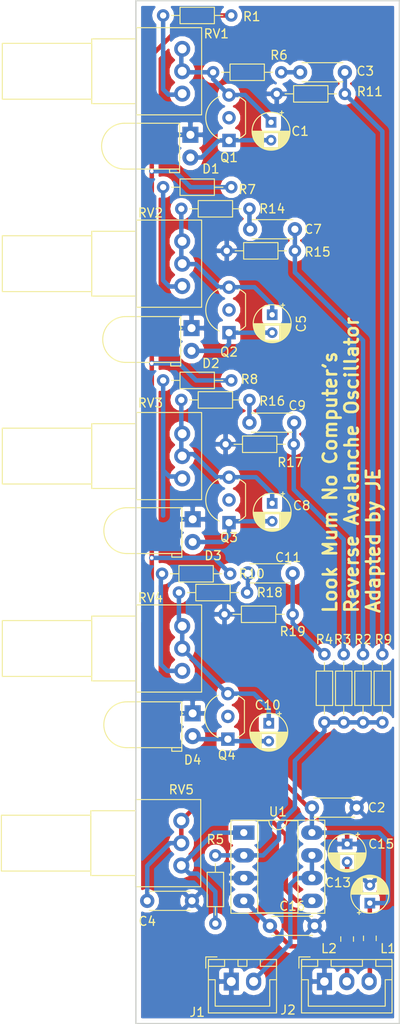
<source format=kicad_pcb>
(kicad_pcb (version 20171130) (host pcbnew "(5.0.0)")
  (layers (0 F.Cu signal) (31 B.Cu signal) (34 B.Paste user) (35 F.Paste user) (36 B.SilkS user) (37 F.SilkS user) (38 B.Mask user) (39 F.Mask user) (44 Edge.Cuts user))
  (net 0 "")
  (net 1 GND)
  (net 2 "Net-(Q1-Pad2)")
  (net 3 +12V)
  (net 4 "Net-(R1-Pad2)")
  (net 5 "Net-(C1-Pad1)")
  (net 6 "Net-(C1-Pad2)")
  (net 7 /OscA)
  (net 8 "Net-(C4-Pad1)")
  (net 9 "Net-(C5-Pad1)")
  (net 10 "Net-(C5-Pad2)")
  (net 11 /OscB)
  (net 12 "Net-(C8-Pad1)")
  (net 13 "Net-(C8-Pad2)")
  (net 14 /OscC)
  (net 15 "Net-(Q2-Pad2)")
  (net 16 "Net-(Q3-Pad2)")
  (net 17 "Net-(R2-Pad1)")
  (net 18 "Net-(R5-Pad1)")
  (net 19 "Net-(R7-Pad2)")
  (net 20 "Net-(R8-Pad2)")
  (net 21 -12VA)
  (net 22 "Net-(C10-Pad1)")
  (net 23 "Net-(C10-Pad2)")
  (net 24 /OscD)
  (net 25 "Net-(Q4-Pad2)")
  (net 26 "Net-(R10-Pad2)")
  (net 27 "Net-(J2-Pad3)")
  (net 28 "Net-(J2-Pad2)")
  (net 29 "Net-(C3-Pad2)")
  (net 30 "Net-(J1-Pad2)")
  (net 31 "Net-(C7-Pad2)")
  (net 32 "Net-(C11-Pad2)")
  (net 33 "Net-(C9-Pad2)")
  (module Capacitor_THT:C_Disc_D4.3mm_W1.9mm_P5.00mm (layer F.Cu) (at 132.588 139.446)
    (fp_text reference C4 (at 0 2.286) (layer F.SilkS))
    (fp_text value 100n)
    (pad 2 thru_hole circle (at 5 0) (size 1.6 1.6) (drill 0.8) (layers *.Cu *.Mask) (net 1 GND))
    (pad 1 thru_hole circle (at 0 0) (size 1.6 1.6) (drill 0.8) (layers *.Cu *.Mask) (net 8 "Net-(C4-Pad1)"))
  )
  (module LED_THT:LED_D5.0mm_Horizontal_O1.27mm_Z3.0mm (layer F.Cu) (at 137.414 53.848 270)
    (fp_text reference D1 (at 3.81 -2.286) (layer F.SilkS))
    (fp_text value Red)
    (pad 1 thru_hole rect (at 0 0 270) (size 1.8 1.8) (drill 0.9) (layers *.Cu *.Mask) (net 1 GND))
    (pad 2 thru_hole circle (at 2.54 0 270) (size 1.8 1.8) (drill 0.9) (layers *.Cu *.Mask) (net 6 "Net-(C1-Pad2)"))
  )
  (module LED_THT:LED_D5.0mm_Horizontal_O1.27mm_Z3.0mm (layer F.Cu) (at 137.541 75.452 270)
    (fp_text reference D2 (at 3.937 -2.159) (layer F.SilkS))
    (fp_text value Red)
    (pad 1 thru_hole rect (at 0 0 270) (size 1.8 1.8) (drill 0.9) (layers *.Cu *.Mask) (net 1 GND))
    (pad 2 thru_hole circle (at 2.54 0 270) (size 1.8 1.8) (drill 0.9) (layers *.Cu *.Mask) (net 10 "Net-(C5-Pad2)"))
  )
  (module LED_THT:LED_D5.0mm_Horizontal_O1.27mm_Z3.0mm (layer F.Cu) (at 137.668 96.81 270)
    (fp_text reference D3 (at 4.064 -2.286) (layer F.SilkS))
    (fp_text value Red)
    (pad 2 thru_hole circle (at 2.54 0 270) (size 1.8 1.8) (drill 0.9) (layers *.Cu *.Mask) (net 13 "Net-(C8-Pad2)"))
    (pad 1 thru_hole rect (at 0 0 270) (size 1.8 1.8) (drill 0.9) (layers *.Cu *.Mask) (net 1 GND))
  )
  (module LED_THT:LED_D5.0mm_Horizontal_O1.27mm_Z3.0mm (layer F.Cu) (at 137.664 118.5 270)
    (fp_text reference D4 (at 5.207 0) (layer F.SilkS))
    (fp_text value Red)
    (pad 1 thru_hole rect (at 0 0 270) (size 1.8 1.8) (drill 0.9) (layers *.Cu *.Mask) (net 1 GND))
    (pad 2 thru_hole circle (at 2.54 0 270) (size 1.8 1.8) (drill 0.9) (layers *.Cu *.Mask) (net 23 "Net-(C10-Pad2)"))
  )
  (module Potentiometer_THT:Potentiometer_Alps_RK097_Single_Horizontal (layer F.Cu) (at 136.398 130.5 180)
    (fp_text reference RV5 (at 0 3.469 180) (layer F.SilkS))
    (fp_text value 100K)
    (pad 3 thru_hole circle (at 0 -5 180) (size 1.8 1.8) (drill 1) (layers *.Cu *.Mask) (net 18 "Net-(R5-Pad1)"))
    (pad 2 thru_hole circle (at 0 -2.5 180) (size 1.8 1.8) (drill 1) (layers *.Cu *.Mask) (net 8 "Net-(C4-Pad1)"))
    (pad 1 thru_hole circle (at 0 0 180) (size 1.8 1.8) (drill 1) (layers *.Cu *.Mask) (net 8 "Net-(C4-Pad1)"))
  )
  (module Potentiometer_THT:Potentiometer_Alps_RK097_Single_Horizontal (layer F.Cu) (at 136.5 108.75 180)
    (fp_text reference RV4 (at 3.556 3.175 180) (layer F.SilkS))
    (fp_text value 100K)
    (pad 1 thru_hole circle (at 0 0 180) (size 1.8 1.8) (drill 1) (layers *.Cu *.Mask) (net 22 "Net-(C10-Pad1)"))
    (pad 2 thru_hole circle (at 0 -2.5 180) (size 1.8 1.8) (drill 1) (layers *.Cu *.Mask) (net 22 "Net-(C10-Pad1)"))
    (pad 3 thru_hole circle (at 0 -5 180) (size 1.8 1.8) (drill 1) (layers *.Cu *.Mask) (net 26 "Net-(R10-Pad2)"))
  )
  (module Potentiometer_THT:Potentiometer_Alps_RK097_Single_Horizontal (layer F.Cu) (at 136.5 87.25 180)
    (fp_text reference RV3 (at 3.556 3.429 180) (layer F.SilkS))
    (fp_text value 100K)
    (pad 3 thru_hole circle (at 0 -5 180) (size 1.8 1.8) (drill 1) (layers *.Cu *.Mask) (net 20 "Net-(R8-Pad2)"))
    (pad 2 thru_hole circle (at 0 -2.5 180) (size 1.8 1.8) (drill 1) (layers *.Cu *.Mask) (net 12 "Net-(C8-Pad1)"))
    (pad 1 thru_hole circle (at 0 0 180) (size 1.8 1.8) (drill 1) (layers *.Cu *.Mask) (net 12 "Net-(C8-Pad1)"))
  )
  (module Potentiometer_THT:Potentiometer_Alps_RK097_Single_Horizontal (layer F.Cu) (at 136.5 65.75 180)
    (fp_text reference RV2 (at 3.556 3.175 180) (layer F.SilkS))
    (fp_text value 100K)
    (pad 1 thru_hole circle (at 0 0 180) (size 1.8 1.8) (drill 1) (layers *.Cu *.Mask) (net 9 "Net-(C5-Pad1)"))
    (pad 2 thru_hole circle (at 0 -2.5 180) (size 1.8 1.8) (drill 1) (layers *.Cu *.Mask) (net 9 "Net-(C5-Pad1)"))
    (pad 3 thru_hole circle (at 0 -5 180) (size 1.8 1.8) (drill 1) (layers *.Cu *.Mask) (net 19 "Net-(R7-Pad2)"))
  )
  (module Potentiometer_THT:Potentiometer_Alps_RK097_Single_Horizontal (layer F.Cu) (at 136.5 44.25 180)
    (fp_text reference RV1 (at -3.81 1.691 180) (layer F.SilkS))
    (fp_text value 100K)
    (pad 3 thru_hole circle (at 0 -5 180) (size 1.8 1.8) (drill 1) (layers *.Cu *.Mask) (net 4 "Net-(R1-Pad2)"))
    (pad 2 thru_hole circle (at 0 -2.5 180) (size 1.8 1.8) (drill 1) (layers *.Cu *.Mask) (net 5 "Net-(C1-Pad1)"))
    (pad 1 thru_hole circle (at 0 0 180) (size 1.8 1.8) (drill 1) (layers *.Cu *.Mask) (net 5 "Net-(C1-Pad1)"))
  )
  (module Package_TO_SOT_THT:TO-92_Inline_Wide (layer F.Cu) (at 141.605 121.38 90)
    (fp_text reference Q4 (at -1.778 -0.127 180) (layer F.SilkS))
    (fp_text value BC337)
    (pad 1 thru_hole rect (at 0 0 180) (size 1.5 1.5) (drill 0.8) (layers *.Cu *.Mask) (net 23 "Net-(C10-Pad2)"))
    (pad 3 thru_hole circle (at 5.08 0 180) (size 1.5 1.5) (drill 0.8) (layers *.Cu *.Mask) (net 22 "Net-(C10-Pad1)"))
    (pad 2 thru_hole circle (at 2.54 0 180) (size 1.5 1.5) (drill 0.8) (layers *.Cu *.Mask) (net 25 "Net-(Q4-Pad2)"))
  )
  (module Package_TO_SOT_THT:TO-92_Inline_Wide (layer F.Cu) (at 141.732 97.191 90)
    (fp_text reference Q3 (at -1.651 0 180) (layer F.SilkS))
    (fp_text value BC337)
    (pad 2 thru_hole circle (at 2.54 0 180) (size 1.5 1.5) (drill 0.8) (layers *.Cu *.Mask) (net 16 "Net-(Q3-Pad2)"))
    (pad 3 thru_hole circle (at 5.08 0 180) (size 1.5 1.5) (drill 0.8) (layers *.Cu *.Mask) (net 12 "Net-(C8-Pad1)"))
    (pad 1 thru_hole rect (at 0 0 180) (size 1.5 1.5) (drill 0.8) (layers *.Cu *.Mask) (net 13 "Net-(C8-Pad2)"))
  )
  (module Package_TO_SOT_THT:TO-92_Inline_Wide (layer F.Cu) (at 141.732 75.96 90)
    (fp_text reference Q2 (at -2.159 0 180) (layer F.SilkS))
    (fp_text value BC337)
    (pad 1 thru_hole rect (at 0 0 180) (size 1.5 1.5) (drill 0.8) (layers *.Cu *.Mask) (net 10 "Net-(C5-Pad2)"))
    (pad 3 thru_hole circle (at 5.08 0 180) (size 1.5 1.5) (drill 0.8) (layers *.Cu *.Mask) (net 9 "Net-(C5-Pad1)"))
    (pad 2 thru_hole circle (at 2.54 0 180) (size 1.5 1.5) (drill 0.8) (layers *.Cu *.Mask) (net 15 "Net-(Q2-Pad2)"))
  )
  (module Package_TO_SOT_THT:TO-92_Inline_Wide (layer F.Cu) (at 141.732 54.483 90)
    (fp_text reference Q1 (at -1.905 0 180) (layer F.SilkS))
    (fp_text value BC337)
    (pad 2 thru_hole circle (at 2.54 0 180) (size 1.5 1.5) (drill 0.8) (layers *.Cu *.Mask) (net 2 "Net-(Q1-Pad2)"))
    (pad 3 thru_hole circle (at 5.08 0 180) (size 1.5 1.5) (drill 0.8) (layers *.Cu *.Mask) (net 5 "Net-(C1-Pad1)"))
    (pad 1 thru_hole rect (at 0 0 180) (size 1.5 1.5) (drill 0.8) (layers *.Cu *.Mask) (net 6 "Net-(C1-Pad2)"))
  )
  (module Capacitor_THT:CP_Radial_D4.0mm_P2.00mm (layer F.Cu) (at 154.94 133.096 270)
    (fp_text reference C15 (at 0 -3.81) (layer F.SilkS))
    (fp_text value 10u)
    (pad 2 thru_hole circle (at 2 0 270) (size 1.2 1.2) (drill 0.6) (layers *.Cu *.Mask) (net 21 -12VA))
    (pad 1 thru_hole rect (at 0 0 270) (size 1.2 1.2) (drill 0.6) (layers *.Cu *.Mask) (net 1 GND))
  )
  (module Capacitor_THT:CP_Radial_D4.0mm_P2.00mm (layer F.Cu) (at 157.48 139.7 90)
    (fp_text reference C13 (at 2.286 -3.556 180) (layer F.SilkS))
    (fp_text value 10u)
    (pad 1 thru_hole rect (at 0 0 90) (size 1.2 1.2) (drill 0.6) (layers *.Cu *.Mask) (net 3 +12V))
    (pad 2 thru_hole circle (at 2 0 90) (size 1.2 1.2) (drill 0.6) (layers *.Cu *.Mask) (net 1 GND))
  )
  (module Capacitor_THT:CP_Radial_D4.0mm_P2.00mm (layer F.Cu) (at 146.431 52.451 270)
    (fp_text reference C1 (at 1 -3.25) (layer F.SilkS))
    (fp_text value 2u2)
    (pad 2 thru_hole circle (at 2 0 270) (size 1.2 1.2) (drill 0.6) (layers *.Cu *.Mask) (net 6 "Net-(C1-Pad2)"))
    (pad 1 thru_hole rect (at 0 0 270) (size 1.2 1.2) (drill 0.6) (layers *.Cu *.Mask) (net 5 "Net-(C1-Pad1)"))
  )
  (module Capacitor_THT:CP_Radial_D4.0mm_P2.00mm (layer F.Cu) (at 146.558 73.96 270)
    (fp_text reference C5 (at 1 -3.25 270) (layer F.SilkS))
    (fp_text value 2u2)
    (pad 1 thru_hole rect (at 0 0 270) (size 1.2 1.2) (drill 0.6) (layers *.Cu *.Mask) (net 9 "Net-(C5-Pad1)"))
    (pad 2 thru_hole circle (at 2 0 270) (size 1.2 1.2) (drill 0.6) (layers *.Cu *.Mask) (net 10 "Net-(C5-Pad2)"))
  )
  (module Capacitor_THT:CP_Radial_D4.0mm_P2.00mm (layer F.Cu) (at 146.558 95.032 270)
    (fp_text reference C8 (at 0.254 -3.302) (layer F.SilkS))
    (fp_text value 2u2)
    (pad 2 thru_hole circle (at 2 0 270) (size 1.2 1.2) (drill 0.6) (layers *.Cu *.Mask) (net 13 "Net-(C8-Pad2)"))
    (pad 1 thru_hole rect (at 0 0 270) (size 1.2 1.2) (drill 0.6) (layers *.Cu *.Mask) (net 12 "Net-(C8-Pad1)"))
  )
  (module Capacitor_THT:CP_Radial_D4.0mm_P2.00mm (layer F.Cu) (at 146.177 119.602 270)
    (fp_text reference C10 (at -2.032 0.127) (layer F.SilkS))
    (fp_text value 2u2)
    (pad 1 thru_hole rect (at 0 0 270) (size 1.2 1.2) (drill 0.6) (layers *.Cu *.Mask) (net 22 "Net-(C10-Pad1)"))
    (pad 2 thru_hole circle (at 2 0 270) (size 1.2 1.2) (drill 0.6) (layers *.Cu *.Mask) (net 23 "Net-(C10-Pad2)"))
  )
  (module Capacitor_THT:C_Disc_D4.3mm_W1.9mm_P5.00mm (layer F.Cu) (at 151.003 129.032)
    (fp_text reference C2 (at 7.239 0) (layer F.SilkS))
    (fp_text value 100n)
    (pad 1 thru_hole circle (at 0 0) (size 1.6 1.6) (drill 0.8) (layers *.Cu *.Mask) (net 3 +12V))
    (pad 2 thru_hole circle (at 5 0) (size 1.6 1.6) (drill 0.8) (layers *.Cu *.Mask) (net 1 GND))
  )
  (module Capacitor_THT:C_Disc_D4.3mm_W1.9mm_P5.00mm (layer F.Cu) (at 148.848 102.854 180)
    (fp_text reference C11 (at 0.508 1.778 180) (layer F.SilkS))
    (fp_text value 100n)
    (pad 1 thru_hole circle (at 0 0 180) (size 1.6 1.6) (drill 0.8) (layers *.Cu *.Mask) (net 24 /OscD))
    (pad 2 thru_hole circle (at 5 0 180) (size 1.6 1.6) (drill 0.8) (layers *.Cu *.Mask) (net 32 "Net-(C11-Pad2)"))
  )
  (module Capacitor_THT:C_Disc_D4.3mm_W1.9mm_P5.00mm (layer F.Cu) (at 149.018 86.015 180)
    (fp_text reference C9 (at -0.334 1.905 180) (layer F.SilkS))
    (fp_text value 100n)
    (pad 2 thru_hole circle (at 5 0 180) (size 1.6 1.6) (drill 0.8) (layers *.Cu *.Mask) (net 33 "Net-(C9-Pad2)"))
    (pad 1 thru_hole circle (at 0 0 180) (size 1.6 1.6) (drill 0.8) (layers *.Cu *.Mask) (net 14 /OscC))
  )
  (module Capacitor_THT:C_Disc_D4.3mm_W1.9mm_P5.00mm (layer F.Cu) (at 149.098 64.403 180)
    (fp_text reference C7 (at -2.032 0 180) (layer F.SilkS))
    (fp_text value 100n)
    (pad 1 thru_hole circle (at 0 0 180) (size 1.6 1.6) (drill 0.8) (layers *.Cu *.Mask) (net 11 /OscB))
    (pad 2 thru_hole circle (at 5 0 180) (size 1.6 1.6) (drill 0.8) (layers *.Cu *.Mask) (net 31 "Net-(C7-Pad2)"))
  )
  (module Capacitor_THT:C_Disc_D4.3mm_W1.9mm_P5.00mm (layer F.Cu) (at 154.686 46.863 180)
    (fp_text reference C3 (at -2.286 0.127 180) (layer F.SilkS))
    (fp_text value 100n)
    (pad 1 thru_hole circle (at 0 0 180) (size 1.6 1.6) (drill 0.8) (layers *.Cu *.Mask) (net 7 /OscA))
    (pad 2 thru_hole circle (at 5 0 180) (size 1.6 1.6) (drill 0.8) (layers *.Cu *.Mask) (net 29 "Net-(C3-Pad2)"))
  )
  (module Capacitor_THT:C_Disc_D4.3mm_W1.9mm_P5.00mm (layer F.Cu) (at 146.304 142.24)
    (fp_text reference C16 (at 2.5 -2.2) (layer F.SilkS))
    (fp_text value 100n)
    (pad 1 thru_hole circle (at 0 0) (size 1.6 1.6) (drill 0.8) (layers *.Cu *.Mask) (net 21 -12VA))
    (pad 2 thru_hole circle (at 5 0) (size 1.6 1.6) (drill 0.8) (layers *.Cu *.Mask) (net 1 GND))
  )
  (module Connector_JST:JST_XH_B02B-XH-A_1x02_P2.50mm_Vertical (layer F.Cu) (at 141.986 148.463)
    (fp_text reference J1 (at -3.81 3.429) (layer F.SilkS))
    (fp_text value Conn_01x02)
    (pad 1 thru_hole rect (at 0 0) (size 1.7 2) (drill 1) (layers *.Cu *.Mask) (net 1 GND))
    (pad 2 thru_hole oval (at 2.5 0) (size 1.7 2) (drill 1) (layers *.Cu *.Mask) (net 30 "Net-(J1-Pad2)"))
  )
  (module Connector_JST:JST_XH_B03B-XH-A_1x03_P2.50mm_Vertical (layer F.Cu) (at 152.4 148.463)
    (fp_text reference J2 (at -4.064 3.175) (layer F.SilkS))
    (fp_text value Conn_01x03)
    (pad 1 thru_hole rect (at 0 0) (size 1.7 1.95) (drill 0.95) (layers *.Cu *.Mask) (net 1 GND))
    (pad 2 thru_hole oval (at 2.5 0) (size 1.7 1.95) (drill 0.95) (layers *.Cu *.Mask) (net 28 "Net-(J2-Pad2)"))
    (pad 3 thru_hole oval (at 5 0) (size 1.7 1.95) (drill 0.95) (layers *.Cu *.Mask) (net 27 "Net-(J2-Pad3)"))
  )
  (module Inductor_SMD:L_0805_2012Metric (layer F.Cu) (at 154.94 143.7155 90)
    (fp_text reference L2 (at -1.0645 -2.032 180) (layer F.SilkS))
    (fp_text value 786-7068)
    (pad 2 smd roundrect (at 0.9375 0 90) (size 0.975 1.4) (layers F.Cu F.Paste F.Mask) (net 21 -12VA))
    (pad 1 smd roundrect (at -0.9375 0 90) (size 0.975 1.4) (layers F.Cu F.Paste F.Mask) (net 28 "Net-(J2-Pad2)"))
  )
  (module Inductor_SMD:L_0805_2012Metric (layer F.Cu) (at 157.48 143.637 90)
    (fp_text reference L1 (at -1.143 2.032 180) (layer F.SilkS))
    (fp_text value 786-7068)
    (pad 1 smd roundrect (at -0.9375 0 90) (size 0.975 1.4) (layers F.Cu F.Paste F.Mask) (net 27 "Net-(J2-Pad3)"))
    (pad 2 smd roundrect (at 0.9375 0 90) (size 0.975 1.4) (layers F.Cu F.Paste F.Mask) (net 3 +12V))
  )
  (module Package_DIP:DIP-8_W7.62mm_Socket_LongPads (layer F.Cu) (at 143.383 131.826)
    (fp_text reference U1 (at 3.81 -2.33) (layer F.SilkS))
    (fp_text value NE5532)
    (pad 1 thru_hole rect (at 0 0) (size 2.4 1.6) (drill 0.8) (layers *.Cu *.Mask) (net 18 "Net-(R5-Pad1)"))
    (pad 5 thru_hole oval (at 7.62 7.62) (size 2.4 1.6) (drill 0.8) (layers *.Cu *.Mask) (net 8 "Net-(C4-Pad1)"))
    (pad 2 thru_hole oval (at 0 2.54) (size 2.4 1.6) (drill 0.8) (layers *.Cu *.Mask) (net 17 "Net-(R2-Pad1)"))
    (pad 6 thru_hole oval (at 7.62 5.08) (size 2.4 1.6) (drill 0.8) (layers *.Cu *.Mask) (net 30 "Net-(J1-Pad2)"))
    (pad 3 thru_hole oval (at 0 5.08) (size 2.4 1.6) (drill 0.8) (layers *.Cu *.Mask) (net 1 GND))
    (pad 7 thru_hole oval (at 7.62 2.54) (size 2.4 1.6) (drill 0.8) (layers *.Cu *.Mask) (net 30 "Net-(J1-Pad2)"))
    (pad 4 thru_hole oval (at 0 7.62) (size 2.4 1.6) (drill 0.8) (layers *.Cu *.Mask) (net 21 -12VA))
    (pad 8 thru_hole oval (at 7.62 0) (size 2.4 1.6) (drill 0.8) (layers *.Cu *.Mask) (net 3 +12V))
  )
  (module Resistor_THT:R_Axial_DIN0204_L3.6mm_D1.6mm_P7.62mm_Horizontal (layer F.Cu) (at 148.848 107.426 180)
    (fp_text reference R19 (at 0 -1.92 180) (layer F.SilkS))
    (fp_text value 100K)
    (pad 2 thru_hole oval (at 7.62 0 180) (size 1.4 1.4) (drill 0.7) (layers *.Cu *.Mask) (net 1 GND))
    (pad 1 thru_hole circle (at 0 0 180) (size 1.4 1.4) (drill 0.7) (layers *.Cu *.Mask) (net 24 /OscD))
  )
  (module Resistor_THT:R_Axial_DIN0204_L3.6mm_D1.6mm_P7.62mm_Horizontal (layer F.Cu) (at 143.75 105 180)
    (fp_text reference R18 (at -2.54 0 180) (layer F.SilkS))
    (fp_text value 10K)
    (pad 1 thru_hole circle (at 0 0 180) (size 1.4 1.4) (drill 0.7) (layers *.Cu *.Mask) (net 32 "Net-(C11-Pad2)"))
    (pad 2 thru_hole oval (at 7.62 0 180) (size 1.4 1.4) (drill 0.7) (layers *.Cu *.Mask) (net 22 "Net-(C10-Pad1)"))
  )
  (module Resistor_THT:R_Axial_DIN0204_L3.6mm_D1.6mm_P7.62mm_Horizontal (layer F.Cu) (at 148.971 88.428 180)
    (fp_text reference R17 (at 0.381 -2.032 180) (layer F.SilkS))
    (fp_text value 100K)
    (pad 2 thru_hole oval (at 7.62 0 180) (size 1.4 1.4) (drill 0.7) (layers *.Cu *.Mask) (net 1 GND))
    (pad 1 thru_hole circle (at 0 0 180) (size 1.4 1.4) (drill 0.7) (layers *.Cu *.Mask) (net 14 /OscC))
  )
  (module Resistor_THT:R_Axial_DIN0204_L3.6mm_D1.6mm_P7.62mm_Horizontal (layer F.Cu) (at 144.018 83.475 180)
    (fp_text reference R16 (at -2.54 -0.127 180) (layer F.SilkS))
    (fp_text value 10K)
    (pad 1 thru_hole circle (at 0 0 180) (size 1.4 1.4) (drill 0.7) (layers *.Cu *.Mask) (net 33 "Net-(C9-Pad2)"))
    (pad 2 thru_hole oval (at 7.62 0 180) (size 1.4 1.4) (drill 0.7) (layers *.Cu *.Mask) (net 12 "Net-(C8-Pad1)"))
  )
  (module Resistor_THT:R_Axial_DIN0204_L3.6mm_D1.6mm_P7.62mm_Horizontal (layer F.Cu) (at 149.098 66.816 180)
    (fp_text reference R15 (at -2.54 -0.127 180) (layer F.SilkS))
    (fp_text value 100K)
    (pad 2 thru_hole oval (at 7.62 0 180) (size 1.4 1.4) (drill 0.7) (layers *.Cu *.Mask) (net 1 GND))
    (pad 1 thru_hole circle (at 0 0 180) (size 1.4 1.4) (drill 0.7) (layers *.Cu *.Mask) (net 11 /OscB))
  )
  (module Resistor_THT:R_Axial_DIN0204_L3.6mm_D1.6mm_P7.62mm_Horizontal (layer F.Cu) (at 144.018 62.117 180)
    (fp_text reference R14 (at -2.54 0 180) (layer F.SilkS))
    (fp_text value 10K)
    (pad 1 thru_hole circle (at 0 0 180) (size 1.4 1.4) (drill 0.7) (layers *.Cu *.Mask) (net 31 "Net-(C7-Pad2)"))
    (pad 2 thru_hole oval (at 7.62 0 180) (size 1.4 1.4) (drill 0.7) (layers *.Cu *.Mask) (net 9 "Net-(C5-Pad1)"))
  )
  (module Resistor_THT:R_Axial_DIN0204_L3.6mm_D1.6mm_P7.62mm_Horizontal (layer F.Cu) (at 158.877 119.507 90)
    (fp_text reference R9 (at 9.271 0.127 180) (layer F.SilkS))
    (fp_text value 10K)
    (pad 2 thru_hole oval (at 7.62 0 90) (size 1.4 1.4) (drill 0.7) (layers *.Cu *.Mask) (net 7 /OscA))
    (pad 1 thru_hole circle (at 0 0 90) (size 1.4 1.4) (drill 0.7) (layers *.Cu *.Mask) (net 17 "Net-(R2-Pad1)"))
  )
  (module Resistor_THT:R_Axial_DIN0204_L3.6mm_D1.6mm_P7.62mm_Horizontal (layer F.Cu) (at 147.574 46.863 180)
    (fp_text reference R6 (at 0.254 1.905 180) (layer F.SilkS))
    (fp_text value 10K)
    (pad 1 thru_hole circle (at 0 0 180) (size 1.4 1.4) (drill 0.7) (layers *.Cu *.Mask) (net 29 "Net-(C3-Pad2)"))
    (pad 2 thru_hole oval (at 7.62 0 180) (size 1.4 1.4) (drill 0.7) (layers *.Cu *.Mask) (net 5 "Net-(C1-Pad1)"))
  )
  (module Resistor_THT:R_Axial_DIN0204_L3.6mm_D1.6mm_P7.62mm_Horizontal (layer F.Cu) (at 140.208 141.986 90)
    (fp_text reference R5 (at 9.398 0 180) (layer F.SilkS))
    (fp_text value 56K)
    (pad 2 thru_hole oval (at 7.62 0 90) (size 1.4 1.4) (drill 0.7) (layers *.Cu *.Mask) (net 17 "Net-(R2-Pad1)"))
    (pad 1 thru_hole circle (at 0 0 90) (size 1.4 1.4) (drill 0.7) (layers *.Cu *.Mask) (net 18 "Net-(R5-Pad1)"))
  )
  (module Resistor_THT:R_Axial_DIN0204_L3.6mm_D1.6mm_P7.62mm_Horizontal (layer F.Cu) (at 152.4 119.507 90)
    (fp_text reference R4 (at 9.271 0 180) (layer F.SilkS))
    (fp_text value 10K)
    (pad 1 thru_hole circle (at 0 0 90) (size 1.4 1.4) (drill 0.7) (layers *.Cu *.Mask) (net 17 "Net-(R2-Pad1)"))
    (pad 2 thru_hole oval (at 7.62 0 90) (size 1.4 1.4) (drill 0.7) (layers *.Cu *.Mask) (net 24 /OscD))
  )
  (module Resistor_THT:R_Axial_DIN0204_L3.6mm_D1.6mm_P7.62mm_Horizontal (layer F.Cu) (at 154.559 119.507 90)
    (fp_text reference R3 (at 9.271 -0.127 180) (layer F.SilkS))
    (fp_text value 10K)
    (pad 2 thru_hole oval (at 7.62 0 90) (size 1.4 1.4) (drill 0.7) (layers *.Cu *.Mask) (net 14 /OscC))
    (pad 1 thru_hole circle (at 0 0 90) (size 1.4 1.4) (drill 0.7) (layers *.Cu *.Mask) (net 17 "Net-(R2-Pad1)"))
  )
  (module Resistor_THT:R_Axial_DIN0204_L3.6mm_D1.6mm_P7.62mm_Horizontal (layer F.Cu) (at 141.986 40.513 180)
    (fp_text reference R1 (at -2.286 -0.127 180) (layer F.SilkS))
    (fp_text value 2K)
    (pad 1 thru_hole circle (at 0 0 180) (size 1.4 1.4) (drill 0.7) (layers *.Cu *.Mask) (net 3 +12V))
    (pad 2 thru_hole oval (at 7.62 0 180) (size 1.4 1.4) (drill 0.7) (layers *.Cu *.Mask) (net 4 "Net-(R1-Pad2)"))
  )
  (module Resistor_THT:R_Axial_DIN0204_L3.6mm_D1.6mm_P7.62mm_Horizontal (layer F.Cu) (at 156.718 119.507 90)
    (fp_text reference R2 (at 9.271 0 180) (layer F.SilkS))
    (fp_text value 10K)
    (pad 2 thru_hole oval (at 7.62 0 90) (size 1.4 1.4) (drill 0.7) (layers *.Cu *.Mask) (net 11 /OscB))
    (pad 1 thru_hole circle (at 0 0 90) (size 1.4 1.4) (drill 0.7) (layers *.Cu *.Mask) (net 17 "Net-(R2-Pad1)"))
  )
  (module Resistor_THT:R_Axial_DIN0204_L3.6mm_D1.6mm_P7.62mm_Horizontal (layer F.Cu) (at 154.686 49.276 180)
    (fp_text reference R11 (at -2.794 0.254 180) (layer F.SilkS))
    (fp_text value 100K)
    (pad 1 thru_hole circle (at 0 0 180) (size 1.4 1.4) (drill 0.7) (layers *.Cu *.Mask) (net 7 /OscA))
    (pad 2 thru_hole oval (at 7.62 0 180) (size 1.4 1.4) (drill 0.7) (layers *.Cu *.Mask) (net 1 GND))
  )
  (module Resistor_THT:R_Axial_DIN0204_L3.6mm_D1.6mm_P7.62mm_Horizontal (layer F.Cu) (at 141.986 81.294 180)
    (fp_text reference R8 (at -2.032 0.127 180) (layer F.SilkS))
    (fp_text value 2K)
    (pad 1 thru_hole circle (at 0 0 180) (size 1.4 1.4) (drill 0.7) (layers *.Cu *.Mask) (net 3 +12V))
    (pad 2 thru_hole oval (at 7.62 0 180) (size 1.4 1.4) (drill 0.7) (layers *.Cu *.Mask) (net 20 "Net-(R8-Pad2)"))
  )
  (module Resistor_THT:R_Axial_DIN0204_L3.6mm_D1.6mm_P7.62mm_Horizontal (layer F.Cu) (at 141.986 59.704 180)
    (fp_text reference R7 (at -1.778 -0.254 180) (layer F.SilkS))
    (fp_text value 2K)
    (pad 2 thru_hole oval (at 7.62 0 180) (size 1.4 1.4) (drill 0.7) (layers *.Cu *.Mask) (net 19 "Net-(R7-Pad2)"))
    (pad 1 thru_hole circle (at 0 0 180) (size 1.4 1.4) (drill 0.7) (layers *.Cu *.Mask) (net 3 +12V))
  )
  (module Resistor_THT:R_Axial_DIN0204_L3.6mm_D1.6mm_P7.62mm_Horizontal (layer F.Cu) (at 141.863 102.902 180)
    (fp_text reference R10 (at -2.413 0 180) (layer F.SilkS))
    (fp_text value 2K)
    (pad 1 thru_hole circle (at 0 0 180) (size 1.4 1.4) (drill 0.7) (layers *.Cu *.Mask) (net 3 +12V))
    (pad 2 thru_hole oval (at 7.62 0 180) (size 1.4 1.4) (drill 0.7) (layers *.Cu *.Mask) (net 26 "Net-(R10-Pad2)"))
  )
  (gr_text "Look Mum No Computer's\nReverse Avalanche Oscillator\nAdapted by JE" (at 155.448 107.442 90) (layer F.SilkS) (effects (font (size 1.5 1.5) (thickness 0.3)) (justify left)))
  (gr_line (start 160.782 153.162) (end 160.782 38.862) (layer Edge.Cuts) (width 0.15))
  (gr_line (start 160.782 38.862) (end 131.318 38.862) (angle 90) (layer Edge.Cuts) (width 0.15))
  (gr_line (start 160.782 153.162) (end 131.318 153.162) (angle 90) (layer Edge.Cuts) (width 0.15))
  (gr_line (start 131.318 153.162) (end 131.318 38.862) (angle 90) (layer Edge.Cuts) (width 0.15))
  (segment (start 157.48 142.6995) (end 157.48 139.7) (width 0.5) (layer F.Cu) (net 3))
  (segment (start 151.003 131.826) (end 151.003 129.032) (width 0.5) (layer B.Cu) (net 3))
  (via (at 133.096 101.128) (size 0.6) (drill 0.4) (layers F.Cu B.Cu) (net 3))
  (segment (start 132.846 107.982) (end 132.846 104.172) (width 0.5) (layer F.Cu) (net 3))
  (segment (start 140.339 101.378) (end 141.863 102.902) (width 0.5) (layer B.Cu) (net 3))
  (segment (start 133.096 101.128) (end 140.589 101.128) (width 0.5) (layer B.Cu) (net 3))
  (via (at 133.096 79.389) (size 0.6) (drill 0.4) (layers F.Cu B.Cu) (net 3))
  (segment (start 133.096 106.172) (end 133.096 81.788) (width 0.5) (layer F.Cu) (net 3))
  (segment (start 138.049 81.294) (end 141.986 81.294) (width 0.5) (layer B.Cu) (net 3))
  (segment (start 133.096 79.389) (end 136.144 79.389) (width 0.5) (layer B.Cu) (net 3))
  (segment (start 136.144 79.389) (end 138.049 81.294) (width 0.5) (layer B.Cu) (net 3))
  (via (at 133.096 57.912) (size 0.6) (drill 0.4) (layers F.Cu B.Cu) (net 3))
  (segment (start 133.096 81.788) (end 133.096 57.912) (width 0.5) (layer F.Cu) (net 3))
  (segment (start 137.414 59.704) (end 141.986 59.704) (width 0.5) (layer B.Cu) (net 3))
  (segment (start 133.096 57.912) (end 135.636 57.912) (width 0.5) (layer B.Cu) (net 3))
  (segment (start 135.636 57.912) (end 137.414 59.69) (width 0.5) (layer B.Cu) (net 3))
  (segment (start 137.541 40.513) (end 141.986 40.513) (width 0.5) (layer F.Cu) (net 3))
  (segment (start 133.096 57.912) (end 133.096 44.958) (width 0.5) (layer F.Cu) (net 3))
  (segment (start 133.096 44.958) (end 137.541 40.513) (width 0.5) (layer F.Cu) (net 3))
  (segment (start 159.258 139.7) (end 157.48 139.7) (width 0.5) (layer B.Cu) (net 3))
  (segment (start 159.512 139.446) (end 159.258 139.7) (width 0.5) (layer B.Cu) (net 3))
  (segment (start 151.003 131.826) (end 152.703 131.826) (width 0.5) (layer B.Cu) (net 3))
  (segment (start 158.623 131.953) (end 159.512 132.842) (width 0.5) (layer B.Cu) (net 3))
  (segment (start 159.512 132.842) (end 159.512 139.446) (width 0.5) (layer B.Cu) (net 3))
  (segment (start 158.496 131.826) (end 158.623 131.953) (width 0.5) (layer B.Cu) (net 3))
  (segment (start 151.003 131.826) (end 158.496 131.826) (width 0.5) (layer B.Cu) (net 3))
  (segment (start 133.092999 105.100999) (end 132.846 104.854) (width 0.5) (layer F.Cu) (net 3))
  (segment (start 133.092999 124.142999) (end 133.092999 105.100999) (width 0.5) (layer F.Cu) (net 3))
  (segment (start 150.622 129.032) (end 149.606 128.016) (width 0.5) (layer F.Cu) (net 3))
  (segment (start 151.003 129.032) (end 150.622 129.032) (width 0.5) (layer F.Cu) (net 3))
  (segment (start 149.606 128.016) (end 149.606 127.956) (width 0.5) (layer F.Cu) (net 3))
  (segment (start 149.606 127.956) (end 147.824 126.174) (width 0.5) (layer F.Cu) (net 3))
  (segment (start 147.824 126.174) (end 135.124 126.174) (width 0.5) (layer F.Cu) (net 3))
  (segment (start 135.124 126.174) (end 133.092999 124.142999) (width 0.5) (layer F.Cu) (net 3))
  (segment (start 134.366 40.513) (end 134.366 48.768) (width 0.5) (layer B.Cu) (net 4))
  (segment (start 134.961 49.363) (end 135.69799 49.363) (width 0.5) (layer B.Cu) (net 4))
  (segment (start 134.366 48.768) (end 134.961 49.363) (width 0.5) (layer B.Cu) (net 4))
  (segment (start 136.398 44.363) (end 136.398 46.863) (width 0.5) (layer B.Cu) (net 5))
  (segment (start 136.398 46.863) (end 139.954 46.863) (width 0.5) (layer B.Cu) (net 5))
  (segment (start 143.51 49.403) (end 141.732 49.403) (width 0.5) (layer B.Cu) (net 5))
  (segment (start 146.431 52.451) (end 146.431 52.324) (width 0.5) (layer B.Cu) (net 5))
  (segment (start 146.431 52.324) (end 143.51 49.403) (width 0.5) (layer B.Cu) (net 5))
  (segment (start 139.954 47.625) (end 141.732 49.403) (width 0.5) (layer B.Cu) (net 5))
  (segment (start 139.954 46.863) (end 139.954 47.625) (width 0.5) (layer B.Cu) (net 5))
  (segment (start 141.764 54.451) (end 141.732 54.483) (width 0.5) (layer B.Cu) (net 6))
  (segment (start 146.431 54.451) (end 141.764 54.451) (width 0.5) (layer B.Cu) (net 6))
  (segment (start 138.684 56.388) (end 137.414 56.388) (width 0.5) (layer B.Cu) (net 6))
  (segment (start 141.732 54.483) (end 140.589 54.483) (width 0.5) (layer B.Cu) (net 6))
  (segment (start 140.589 54.483) (end 138.684 56.388) (width 0.5) (layer B.Cu) (net 6))
  (segment (start 154.686 46.863) (end 154.686 49.276) (width 0.5) (layer B.Cu) (net 7))
  (segment (start 158.877 53.467) (end 154.686 49.276) (width 0.5) (layer B.Cu) (net 7))
  (segment (start 158.877 111.887) (end 158.877 53.467) (width 0.5) (layer B.Cu) (net 7))
  (segment (start 136.398 130.5) (end 136.398 133) (width 0.5) (layer F.Cu) (net 8))
  (segment (start 132.588 135.537208) (end 132.588 139.446) (width 0.5) (layer B.Cu) (net 8))
  (segment (start 136.398 133) (end 135.125208 133) (width 0.5) (layer B.Cu) (net 8))
  (segment (start 135.125208 133) (end 132.588 135.537208) (width 0.5) (layer B.Cu) (net 8))
  (segment (start 137.612 129.286) (end 136.398 130.5) (width 0.5) (layer F.Cu) (net 8))
  (segment (start 145.288 129.286) (end 137.612 129.286) (width 0.5) (layer F.Cu) (net 8))
  (segment (start 148.082 132.08) (end 145.288 129.286) (width 0.5) (layer F.Cu) (net 8))
  (segment (start 148.082 138.225) (end 148.082 132.08) (width 0.5) (layer F.Cu) (net 8))
  (segment (start 151.003 139.446) (end 149.303 139.446) (width 0.5) (layer F.Cu) (net 8))
  (segment (start 149.303 139.446) (end 148.082 138.225) (width 0.5) (layer F.Cu) (net 8))
  (segment (start 136.398 65.8) (end 136.398 68.3) (width 0.5) (layer B.Cu) (net 9))
  (segment (start 136.398 62.117) (end 136.398 65.8) (width 0.5) (layer B.Cu) (net 9))
  (segment (start 146.558 72.86) (end 146.558 73.96) (width 0.5) (layer B.Cu) (net 9))
  (segment (start 144.578 70.88) (end 146.558 72.86) (width 0.5) (layer B.Cu) (net 9))
  (segment (start 141.732 70.88) (end 144.578 70.88) (width 0.5) (layer B.Cu) (net 9))
  (segment (start 140.589 70.88) (end 141.732 70.88) (width 0.5) (layer B.Cu) (net 9))
  (segment (start 136.398 68.3) (end 138.009 68.3) (width 0.5) (layer B.Cu) (net 9))
  (segment (start 138.009 68.3) (end 140.589 70.88) (width 0.5) (layer B.Cu) (net 9))
  (segment (start 138.813792 77.992) (end 137.541 77.992) (width 0.5) (layer B.Cu) (net 10))
  (segment (start 140.96 77.992) (end 138.813792 77.992) (width 0.5) (layer B.Cu) (net 10))
  (segment (start 141.732 75.96) (end 141.732 77.22) (width 0.5) (layer B.Cu) (net 10))
  (segment (start 141.732 77.22) (end 140.96 77.992) (width 0.5) (layer B.Cu) (net 10))
  (segment (start 146.558 75.96) (end 141.732 75.96) (width 0.5) (layer B.Cu) (net 10))
  (segment (start 149.098 64.403) (end 149.098 66.816) (width 0.5) (layer B.Cu) (net 11))
  (segment (start 156.718 76.835) (end 156.718 111.887) (width 0.5) (layer B.Cu) (net 11))
  (segment (start 149.098 66.816) (end 149.098 69.229) (width 0.5) (layer B.Cu) (net 11))
  (segment (start 149.098 69.215) (end 156.718 76.835) (width 0.5) (layer B.Cu) (net 11))
  (segment (start 136.398 87.031) (end 136.398 89.531) (width 0.5) (layer B.Cu) (net 12))
  (segment (start 136.398 83.475) (end 136.398 87.031) (width 0.5) (layer B.Cu) (net 12))
  (segment (start 146.558 93.932) (end 146.558 95.032) (width 0.5) (layer B.Cu) (net 12))
  (segment (start 144.737 92.111) (end 146.558 93.932) (width 0.5) (layer B.Cu) (net 12))
  (segment (start 141.732 92.111) (end 144.737 92.111) (width 0.5) (layer B.Cu) (net 12))
  (segment (start 140.335 92.111) (end 141.732 92.111) (width 0.5) (layer B.Cu) (net 12))
  (segment (start 136.398 89.531) (end 137.755 89.531) (width 0.5) (layer B.Cu) (net 12))
  (segment (start 137.755 89.531) (end 140.335 92.111) (width 0.5) (layer B.Cu) (net 12))
  (segment (start 141.891 97.032) (end 141.732 97.191) (width 0.5) (layer B.Cu) (net 13))
  (segment (start 146.558 97.032) (end 141.891 97.032) (width 0.5) (layer B.Cu) (net 13))
  (segment (start 140.97 99.35) (end 137.668 99.35) (width 0.5) (layer B.Cu) (net 13))
  (segment (start 141.732 97.191) (end 141.732 98.588) (width 0.5) (layer B.Cu) (net 13))
  (segment (start 141.732 98.588) (end 140.97 99.35) (width 0.5) (layer B.Cu) (net 13))
  (segment (start 149.018 88.381) (end 148.971 88.428) (width 0.5) (layer B.Cu) (net 14))
  (segment (start 149.018 86.015) (end 149.018 88.381) (width 0.5) (layer B.Cu) (net 14))
  (segment (start 154.559 99.06) (end 148.971 93.472) (width 0.5) (layer B.Cu) (net 14))
  (segment (start 154.559 111.887) (end 154.559 99.06) (width 0.5) (layer B.Cu) (net 14))
  (segment (start 148.971 93.472) (end 148.971 88.428) (width 0.5) (layer B.Cu) (net 14))
  (segment (start 158.877 119.507) (end 156.718 119.507) (width 0.5) (layer B.Cu) (net 17))
  (segment (start 156.718 119.507) (end 154.559 119.507) (width 0.5) (layer B.Cu) (net 17))
  (segment (start 154.559 119.507) (end 152.4 119.507) (width 0.5) (layer B.Cu) (net 17))
  (segment (start 152.4 120.496949) (end 149.098 123.798949) (width 0.5) (layer B.Cu) (net 17))
  (segment (start 152.4 119.507) (end 152.4 120.496949) (width 0.5) (layer B.Cu) (net 17))
  (segment (start 149.098 129.051) (end 147.32 130.829) (width 0.5) (layer B.Cu) (net 17))
  (segment (start 147.32 130.829) (end 147.32 132.588) (width 0.5) (layer B.Cu) (net 17))
  (segment (start 145.542 134.366) (end 143.383 134.366) (width 0.5) (layer B.Cu) (net 17))
  (segment (start 147.32 132.588) (end 145.542 134.366) (width 0.5) (layer B.Cu) (net 17))
  (segment (start 149.098 129.051) (end 149.098 123.798949) (width 0.5) (layer B.Cu) (net 17))
  (segment (start 143.383 134.366) (end 140.208 134.366) (width 0.5) (layer B.Cu) (net 17))
  (segment (start 140.072 131.826) (end 136.398 135.5) (width 0.5) (layer B.Cu) (net 18))
  (segment (start 143.383 131.826) (end 140.072 131.826) (width 0.5) (layer B.Cu) (net 18))
  (segment (start 137.297999 136.399999) (end 138.177999 136.399999) (width 0.5) (layer B.Cu) (net 18))
  (segment (start 136.398 135.5) (end 137.297999 136.399999) (width 0.5) (layer B.Cu) (net 18))
  (segment (start 140.208 138.43) (end 140.208 141.986) (width 0.5) (layer B.Cu) (net 18))
  (segment (start 138.177999 136.399999) (end 140.208 138.43) (width 0.5) (layer B.Cu) (net 18))
  (segment (start 135.048 70.8) (end 135.69799 70.8) (width 0.5) (layer B.Cu) (net 19))
  (segment (start 134.366 62.117) (end 134.366 70.118) (width 0.5) (layer B.Cu) (net 19))
  (segment (start 134.366 70.118) (end 135.048 70.8) (width 0.5) (layer B.Cu) (net 19))
  (segment (start 134.366 64.53) (end 134.366 59.704) (width 0.5) (layer B.Cu) (net 19))
  (segment (start 135.048 92.031) (end 135.69799 92.031) (width 0.5) (layer B.Cu) (net 20))
  (segment (start 134.366 81.28) (end 134.366 96.393) (width 0.5) (layer B.Cu) (net 20))
  (segment (start 134.366 91.349) (end 135.048 92.031) (width 0.5) (layer B.Cu) (net 20))
  (segment (start 153.64 142.778) (end 154.94 142.778) (width 0.5) (layer F.Cu) (net 21))
  (segment (start 151.892 144.526) (end 153.64 142.778) (width 0.5) (layer F.Cu) (net 21))
  (segment (start 143.51 139.446) (end 146.304 142.24) (width 0.5) (layer B.Cu) (net 21))
  (segment (start 143.383 139.446) (end 143.51 139.446) (width 0.5) (layer B.Cu) (net 21))
  (segment (start 147.103999 143.039999) (end 148.59 144.526) (width 0.5) (layer F.Cu) (net 21))
  (segment (start 146.304 142.24) (end 147.103999 143.039999) (width 0.5) (layer F.Cu) (net 21))
  (segment (start 148.59 144.526) (end 151.892 144.526) (width 0.5) (layer F.Cu) (net 21))
  (segment (start 154.94 142.778) (end 154.94 135.096) (width 0.5) (layer F.Cu) (net 21))
  (segment (start 141.605 116.3) (end 144.526 116.3) (width 0.5) (layer B.Cu) (net 22))
  (segment (start 146.177 117.951) (end 146.177 119.602) (width 0.5) (layer B.Cu) (net 22))
  (segment (start 144.526 116.3) (end 146.177 117.951) (width 0.5) (layer B.Cu) (net 22))
  (segment (start 136.13 108.38) (end 136.5 108.75) (width 0.5) (layer B.Cu) (net 22))
  (segment (start 136.13 105) (end 136.13 108.38) (width 0.5) (layer B.Cu) (net 22))
  (segment (start 136.5 108.75) (end 136.5 111.25) (width 0.5) (layer B.Cu) (net 22))
  (segment (start 141.355 116.105) (end 141.355 116.411) (width 0.5) (layer B.Cu) (net 22))
  (segment (start 136.5 111.25) (end 141.355 116.105) (width 0.5) (layer B.Cu) (net 22))
  (segment (start 141.827 121.602) (end 141.605 121.38) (width 0.5) (layer B.Cu) (net 23))
  (segment (start 146.177 121.602) (end 141.827 121.602) (width 0.5) (layer B.Cu) (net 23))
  (segment (start 141.605 121.38) (end 138.049 121.38) (width 0.5) (layer B.Cu) (net 23))
  (segment (start 148.848 102.854) (end 148.848 103.98537) (width 0.5) (layer B.Cu) (net 24))
  (segment (start 148.848 107.426) (end 148.848 104.124) (width 0.5) (layer B.Cu) (net 24))
  (segment (start 152.319051 111.887) (end 152.4 111.887) (width 0.5) (layer B.Cu) (net 24))
  (segment (start 148.848 107.426) (end 148.848 108.415949) (width 0.5) (layer B.Cu) (net 24))
  (segment (start 148.848 108.415949) (end 152.319051 111.887) (width 0.5) (layer B.Cu) (net 24))
  (segment (start 134.243 102.568) (end 134.112 102.699) (width 0.5) (layer B.Cu) (net 26))
  (segment (start 134.832 113.75) (end 136.5 113.75) (width 0.5) (layer B.Cu) (net 26))
  (segment (start 134.112 113.03) (end 134.832 113.75) (width 0.5) (layer B.Cu) (net 26))
  (segment (start 134.112 102.699) (end 134.112 113.03) (width 0.5) (layer B.Cu) (net 26))
  (segment (start 157.48 148.383) (end 157.4 148.463) (width 0.5) (layer F.Cu) (net 27))
  (segment (start 157.48 144.5745) (end 157.48 148.383) (width 0.5) (layer F.Cu) (net 27))
  (segment (start 154.94 148.423) (end 154.9 148.463) (width 0.5) (layer F.Cu) (net 28))
  (segment (start 154.94 144.653) (end 154.94 148.423) (width 0.5) (layer F.Cu) (net 28))
  (segment (start 147.574 46.863) (end 149.686 46.863) (width 0.5) (layer B.Cu) (net 29))
  (segment (start 151.003 134.366) (end 151.003 136.906) (width 0.5) (layer B.Cu) (net 30))
  (segment (start 144.486 148.313) (end 144.486 148.463) (width 0.5) (layer B.Cu) (net 30))
  (segment (start 148.59 144.209) (end 144.486 148.313) (width 0.5) (layer B.Cu) (net 30))
  (segment (start 148.59 137.619) (end 148.59 144.209) (width 0.5) (layer B.Cu) (net 30))
  (segment (start 151.003 136.906) (end 149.303 136.906) (width 0.5) (layer B.Cu) (net 30))
  (segment (start 149.303 136.906) (end 148.59 137.619) (width 0.5) (layer B.Cu) (net 30))
  (segment (start 144.018 64.323) (end 144.098 64.403) (width 0.5) (layer B.Cu) (net 31))
  (segment (start 144.018 62.117) (end 144.018 64.323) (width 0.5) (layer B.Cu) (net 31))
  (segment (start 143.848 105.06) (end 143.768 105.14) (width 0.5) (layer B.Cu) (net 32))
  (segment (start 143.848 102.854) (end 143.848 105.06) (width 0.5) (layer B.Cu) (net 32))
  (segment (start 144.018 83.475) (end 144.018 86.015) (width 0.5) (layer B.Cu) (net 33))
  (zone (net 1) (net_name GND) (layer B.Cu) (connect_pads (clearance 0.508)) (min_thickness 0.254) (fill yes (arc_segments 16) (thermal_gap 0.508) (thermal_bridge_width 0.508))
    (polygon (pts (xy 160.782 153.162) (xy 131.318 153.162) (xy 131.318 38.862) (xy 160.782 38.862)))
  )
  (zone (net 1) (net_name GND) (layer F.Cu) (connect_pads (clearance 0.508)) (min_thickness 0.254) (fill yes (arc_segments 16) (thermal_gap 0.508) (thermal_bridge_width 0.508))
    (polygon (pts (xy 160.782 153.162) (xy 131.318 153.162) (xy 131.318 38.862) (xy 160.782 38.862)))
  )
)
</source>
